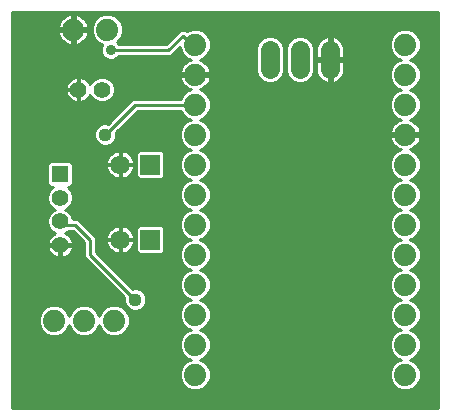
<source format=gbl>
G75*
G70*
%OFA0B0*%
%FSLAX24Y24*%
%IPPOS*%
%LPD*%
%AMOC8*
5,1,8,0,0,1.08239X$1,22.5*
%
%ADD10C,0.0740*%
%ADD11C,0.0640*%
%ADD12R,0.0650X0.0650*%
%ADD13C,0.0650*%
%ADD14C,0.0560*%
%ADD15R,0.0555X0.0555*%
%ADD16C,0.0555*%
%ADD17C,0.0100*%
%ADD18C,0.0440*%
%ADD19C,0.0360*%
D10*
X006800Y001825D03*
X006800Y002825D03*
X006800Y003825D03*
X006800Y004825D03*
X006800Y005825D03*
X006800Y006825D03*
X006800Y007825D03*
X006800Y008825D03*
X006800Y009825D03*
X006800Y010825D03*
X006800Y011825D03*
X006800Y012825D03*
X003870Y013325D03*
X002730Y013325D03*
X013800Y012825D03*
X013800Y011825D03*
X013800Y010825D03*
X013800Y009825D03*
X013800Y008825D03*
X013800Y007825D03*
X013800Y006825D03*
X013800Y005825D03*
X013800Y004825D03*
X013800Y003825D03*
X013800Y002825D03*
X013800Y001825D03*
X004100Y003625D03*
X003100Y003625D03*
X002100Y003625D03*
D11*
X009300Y012005D02*
X009300Y012645D01*
X010300Y012645D02*
X010300Y012005D01*
X011300Y012005D02*
X011300Y012645D01*
D12*
X005300Y008825D03*
X005300Y006325D03*
D13*
X004300Y006325D03*
X004300Y008825D03*
D14*
X003694Y011325D03*
X002906Y011325D03*
D15*
X002300Y008506D03*
D16*
X002300Y007719D03*
X002300Y006931D03*
X002300Y006144D03*
D17*
X000700Y000725D02*
X000700Y013925D01*
X014900Y013925D01*
X014900Y000725D01*
X000700Y000725D01*
X000700Y000818D02*
X014900Y000818D01*
X014900Y000916D02*
X000700Y000916D01*
X000700Y001015D02*
X014900Y001015D01*
X014900Y001113D02*
X000700Y001113D01*
X000700Y001212D02*
X014900Y001212D01*
X014900Y001310D02*
X013916Y001310D01*
X013903Y001305D02*
X014095Y001384D01*
X014241Y001530D01*
X014320Y001722D01*
X014320Y001928D01*
X014241Y002120D01*
X014095Y002266D01*
X013952Y002325D01*
X014095Y002384D01*
X014241Y002530D01*
X014320Y002722D01*
X014320Y002928D01*
X014241Y003120D01*
X014095Y003266D01*
X013952Y003325D01*
X014095Y003384D01*
X014241Y003530D01*
X014320Y003722D01*
X014320Y003928D01*
X014241Y004120D01*
X014095Y004266D01*
X013952Y004325D01*
X014095Y004384D01*
X014241Y004530D01*
X014320Y004722D01*
X014320Y004928D01*
X014241Y005120D01*
X014095Y005266D01*
X013952Y005325D01*
X014095Y005384D01*
X014241Y005530D01*
X014320Y005722D01*
X014320Y005928D01*
X014241Y006120D01*
X014095Y006266D01*
X013952Y006325D01*
X014095Y006384D01*
X014241Y006530D01*
X014320Y006722D01*
X014320Y006928D01*
X014241Y007120D01*
X014095Y007266D01*
X013952Y007325D01*
X014095Y007384D01*
X014241Y007530D01*
X014320Y007722D01*
X014320Y007928D01*
X014241Y008120D01*
X014095Y008266D01*
X013952Y008325D01*
X014095Y008384D01*
X014241Y008530D01*
X014320Y008722D01*
X014320Y008928D01*
X014241Y009120D01*
X014095Y009266D01*
X013948Y009326D01*
X014000Y009343D01*
X014073Y009380D01*
X014139Y009428D01*
X014197Y009486D01*
X014245Y009552D01*
X014282Y009625D01*
X014307Y009703D01*
X014319Y009775D01*
X013850Y009775D01*
X013850Y009875D01*
X014319Y009875D01*
X014307Y009947D01*
X014282Y010025D01*
X014245Y010098D01*
X014197Y010164D01*
X014139Y010222D01*
X014073Y010270D01*
X014000Y010307D01*
X013948Y010324D01*
X014095Y010384D01*
X014241Y010530D01*
X014320Y010722D01*
X014320Y010928D01*
X014241Y011120D01*
X014095Y011266D01*
X013952Y011325D01*
X014095Y011384D01*
X014241Y011530D01*
X014320Y011722D01*
X014320Y011928D01*
X014241Y012120D01*
X014095Y012266D01*
X013952Y012325D01*
X014095Y012384D01*
X014241Y012530D01*
X014320Y012722D01*
X014320Y012928D01*
X014241Y013120D01*
X014095Y013266D01*
X013903Y013345D01*
X013697Y013345D01*
X013505Y013266D01*
X013359Y013120D01*
X013280Y012928D01*
X013280Y012722D01*
X013359Y012530D01*
X013505Y012384D01*
X013648Y012325D01*
X013505Y012266D01*
X013359Y012120D01*
X013280Y011928D01*
X013280Y011722D01*
X013359Y011530D01*
X013505Y011384D01*
X013648Y011325D01*
X013505Y011266D01*
X013359Y011120D01*
X013280Y010928D01*
X013280Y010722D01*
X013359Y010530D01*
X013505Y010384D01*
X013652Y010324D01*
X013600Y010307D01*
X013527Y010270D01*
X013461Y010222D01*
X013403Y010164D01*
X013355Y010098D01*
X013318Y010025D01*
X013293Y009947D01*
X013281Y009875D01*
X013750Y009875D01*
X013750Y009775D01*
X013281Y009775D01*
X013293Y009703D01*
X013318Y009625D01*
X013355Y009552D01*
X013403Y009486D01*
X013461Y009428D01*
X013527Y009380D01*
X013600Y009343D01*
X013652Y009326D01*
X013505Y009266D01*
X013359Y009120D01*
X013280Y008928D01*
X013280Y008722D01*
X013359Y008530D01*
X013505Y008384D01*
X013648Y008325D01*
X013505Y008266D01*
X013359Y008120D01*
X013280Y007928D01*
X013280Y007722D01*
X013359Y007530D01*
X013505Y007384D01*
X013648Y007325D01*
X013505Y007266D01*
X013359Y007120D01*
X013280Y006928D01*
X013280Y006722D01*
X013359Y006530D01*
X013505Y006384D01*
X013648Y006325D01*
X013505Y006266D01*
X013359Y006120D01*
X013280Y005928D01*
X013280Y005722D01*
X013359Y005530D01*
X013505Y005384D01*
X013648Y005325D01*
X013505Y005266D01*
X013359Y005120D01*
X013280Y004928D01*
X013280Y004722D01*
X013359Y004530D01*
X013505Y004384D01*
X013648Y004325D01*
X013505Y004266D01*
X013359Y004120D01*
X013280Y003928D01*
X013280Y003722D01*
X013359Y003530D01*
X013505Y003384D01*
X013648Y003325D01*
X013505Y003266D01*
X013359Y003120D01*
X013280Y002928D01*
X013280Y002722D01*
X013359Y002530D01*
X013505Y002384D01*
X013648Y002325D01*
X013505Y002266D01*
X013359Y002120D01*
X013280Y001928D01*
X013280Y001722D01*
X013359Y001530D01*
X013505Y001384D01*
X013697Y001305D01*
X013903Y001305D01*
X013684Y001310D02*
X006916Y001310D01*
X006903Y001305D02*
X007095Y001384D01*
X007241Y001530D01*
X007320Y001722D01*
X007320Y001928D01*
X007241Y002120D01*
X007095Y002266D01*
X006952Y002325D01*
X007095Y002384D01*
X007241Y002530D01*
X007320Y002722D01*
X007320Y002928D01*
X007241Y003120D01*
X007095Y003266D01*
X006952Y003325D01*
X007095Y003384D01*
X007241Y003530D01*
X007320Y003722D01*
X007320Y003928D01*
X007241Y004120D01*
X007095Y004266D01*
X006952Y004325D01*
X007095Y004384D01*
X007241Y004530D01*
X007320Y004722D01*
X007320Y004928D01*
X007241Y005120D01*
X007095Y005266D01*
X006952Y005325D01*
X007095Y005384D01*
X007241Y005530D01*
X007320Y005722D01*
X007320Y005928D01*
X007241Y006120D01*
X007095Y006266D01*
X006952Y006325D01*
X007095Y006384D01*
X007241Y006530D01*
X007320Y006722D01*
X007320Y006928D01*
X007241Y007120D01*
X007095Y007266D01*
X006952Y007325D01*
X007095Y007384D01*
X007241Y007530D01*
X007320Y007722D01*
X007320Y007928D01*
X007241Y008120D01*
X007095Y008266D01*
X006952Y008325D01*
X007095Y008384D01*
X007241Y008530D01*
X007320Y008722D01*
X007320Y008928D01*
X007241Y009120D01*
X007095Y009266D01*
X006952Y009325D01*
X007095Y009384D01*
X007241Y009530D01*
X007320Y009722D01*
X007320Y009928D01*
X007241Y010120D01*
X007095Y010266D01*
X006952Y010325D01*
X007095Y010384D01*
X007241Y010530D01*
X007320Y010722D01*
X007320Y010928D01*
X007241Y011120D01*
X007095Y011266D01*
X006948Y011326D01*
X007000Y011343D01*
X007073Y011380D01*
X007139Y011428D01*
X007197Y011486D01*
X007245Y011552D01*
X007282Y011625D01*
X007307Y011703D01*
X007319Y011775D01*
X006850Y011775D01*
X006850Y011875D01*
X007319Y011875D01*
X007307Y011947D01*
X007282Y012025D01*
X007245Y012098D01*
X007197Y012164D01*
X007139Y012222D01*
X007073Y012270D01*
X007000Y012307D01*
X006948Y012324D01*
X007095Y012384D01*
X007241Y012530D01*
X007320Y012722D01*
X007320Y012928D01*
X007241Y013120D01*
X007095Y013266D01*
X006903Y013345D01*
X006697Y013345D01*
X006517Y013271D01*
X006463Y013325D01*
X006297Y013325D01*
X006180Y013208D01*
X005817Y012845D01*
X004247Y012845D01*
X004186Y012906D01*
X004311Y013030D01*
X004390Y013222D01*
X004390Y013428D01*
X004311Y013620D01*
X004165Y013766D01*
X003973Y013845D01*
X003767Y013845D01*
X003575Y013766D01*
X003429Y013620D01*
X003350Y013428D01*
X003350Y013222D01*
X003429Y013030D01*
X003575Y012884D01*
X003701Y012832D01*
X003700Y012832D01*
X003650Y012711D01*
X003650Y012579D01*
X003700Y012458D01*
X003793Y012365D01*
X003914Y012315D01*
X004046Y012315D01*
X004167Y012365D01*
X004247Y012445D01*
X005983Y012445D01*
X006280Y012742D01*
X006280Y012722D01*
X006359Y012530D01*
X006505Y012384D01*
X006652Y012324D01*
X006600Y012307D01*
X006527Y012270D01*
X006461Y012222D01*
X006403Y012164D01*
X006355Y012098D01*
X006318Y012025D01*
X006293Y011947D01*
X006281Y011875D01*
X006750Y011875D01*
X006750Y011775D01*
X006281Y011775D01*
X006293Y011703D01*
X006318Y011625D01*
X006355Y011552D01*
X006403Y011486D01*
X006461Y011428D01*
X006527Y011380D01*
X006600Y011343D01*
X006652Y011326D01*
X006505Y011266D01*
X006359Y011120D01*
X006320Y011025D01*
X004717Y011025D01*
X004600Y010908D01*
X003883Y010191D01*
X003874Y010195D01*
X003726Y010195D01*
X003590Y010139D01*
X003486Y010035D01*
X003430Y009899D01*
X003430Y009751D01*
X003486Y009615D01*
X003590Y009511D01*
X003726Y009455D01*
X003874Y009455D01*
X004010Y009511D01*
X004114Y009615D01*
X004170Y009751D01*
X004170Y009899D01*
X004166Y009908D01*
X004883Y010625D01*
X006320Y010625D01*
X006359Y010530D01*
X006505Y010384D01*
X006648Y010325D01*
X006505Y010266D01*
X006359Y010120D01*
X006280Y009928D01*
X006280Y009722D01*
X006359Y009530D01*
X006505Y009384D01*
X006648Y009325D01*
X006505Y009266D01*
X006359Y009120D01*
X006280Y008928D01*
X006280Y008722D01*
X006359Y008530D01*
X006505Y008384D01*
X006648Y008325D01*
X006505Y008266D01*
X006359Y008120D01*
X006280Y007928D01*
X006280Y007722D01*
X006359Y007530D01*
X006505Y007384D01*
X006648Y007325D01*
X006505Y007266D01*
X006359Y007120D01*
X006280Y006928D01*
X006280Y006722D01*
X006359Y006530D01*
X006505Y006384D01*
X006648Y006325D01*
X006505Y006266D01*
X006359Y006120D01*
X006280Y005928D01*
X006280Y005722D01*
X006359Y005530D01*
X006505Y005384D01*
X006648Y005325D01*
X006505Y005266D01*
X006359Y005120D01*
X006280Y004928D01*
X006280Y004722D01*
X006359Y004530D01*
X006505Y004384D01*
X006648Y004325D01*
X006505Y004266D01*
X006359Y004120D01*
X006280Y003928D01*
X006280Y003722D01*
X006359Y003530D01*
X006505Y003384D01*
X006648Y003325D01*
X006505Y003266D01*
X006359Y003120D01*
X006280Y002928D01*
X006280Y002722D01*
X006359Y002530D01*
X006505Y002384D01*
X006648Y002325D01*
X006505Y002266D01*
X006359Y002120D01*
X006280Y001928D01*
X006280Y001722D01*
X006359Y001530D01*
X006505Y001384D01*
X006697Y001305D01*
X006903Y001305D01*
X006684Y001310D02*
X000700Y001310D01*
X000700Y001409D02*
X006481Y001409D01*
X006383Y001507D02*
X000700Y001507D01*
X000700Y001606D02*
X006328Y001606D01*
X006287Y001704D02*
X000700Y001704D01*
X000700Y001803D02*
X006280Y001803D01*
X006280Y001901D02*
X000700Y001901D01*
X000700Y002000D02*
X006309Y002000D01*
X006350Y002098D02*
X000700Y002098D01*
X000700Y002197D02*
X006436Y002197D01*
X006576Y002295D02*
X000700Y002295D01*
X000700Y002394D02*
X006496Y002394D01*
X006398Y002492D02*
X000700Y002492D01*
X000700Y002591D02*
X006334Y002591D01*
X006293Y002689D02*
X000700Y002689D01*
X000700Y002788D02*
X006280Y002788D01*
X006280Y002886D02*
X000700Y002886D01*
X000700Y002985D02*
X006303Y002985D01*
X006344Y003083D02*
X000700Y003083D01*
X000700Y003182D02*
X001812Y003182D01*
X001805Y003184D02*
X001997Y003105D01*
X002203Y003105D01*
X002395Y003184D01*
X002541Y003330D01*
X002600Y003473D01*
X002659Y003330D01*
X002805Y003184D01*
X002997Y003105D01*
X003203Y003105D01*
X003395Y003184D01*
X003541Y003330D01*
X003600Y003473D01*
X003659Y003330D01*
X003805Y003184D01*
X003997Y003105D01*
X004203Y003105D01*
X004395Y003184D01*
X004541Y003330D01*
X004620Y003522D01*
X004620Y003728D01*
X004541Y003920D01*
X004395Y004066D01*
X004203Y004145D01*
X003997Y004145D01*
X003805Y004066D01*
X003659Y003920D01*
X003600Y003777D01*
X003541Y003920D01*
X003395Y004066D01*
X003203Y004145D01*
X002997Y004145D01*
X002805Y004066D01*
X002659Y003920D01*
X002600Y003777D01*
X002541Y003920D01*
X002395Y004066D01*
X002203Y004145D01*
X001997Y004145D01*
X001805Y004066D01*
X001659Y003920D01*
X001580Y003728D01*
X001580Y003522D01*
X001659Y003330D01*
X001805Y003184D01*
X001710Y003280D02*
X000700Y003280D01*
X000700Y003379D02*
X001639Y003379D01*
X001598Y003477D02*
X000700Y003477D01*
X000700Y003576D02*
X001580Y003576D01*
X001580Y003674D02*
X000700Y003674D01*
X000700Y003773D02*
X001598Y003773D01*
X001639Y003871D02*
X000700Y003871D01*
X000700Y003970D02*
X001709Y003970D01*
X001811Y004068D02*
X000700Y004068D01*
X000700Y004167D02*
X004465Y004167D01*
X004486Y004115D02*
X004590Y004011D01*
X004726Y003955D01*
X004874Y003955D01*
X005010Y004011D01*
X005114Y004115D01*
X005170Y004251D01*
X005170Y004399D01*
X005114Y004535D01*
X005010Y004639D01*
X004874Y004695D01*
X004726Y004695D01*
X004717Y004691D01*
X003500Y005908D01*
X003500Y006408D01*
X003000Y006908D01*
X002883Y007025D01*
X002724Y007025D01*
X002662Y007173D01*
X002542Y007294D01*
X002467Y007325D01*
X002542Y007356D01*
X002662Y007477D01*
X002727Y007634D01*
X002727Y007804D01*
X002662Y007961D01*
X002545Y008079D01*
X002640Y008079D01*
X002727Y008166D01*
X002727Y008846D01*
X002640Y008934D01*
X001960Y008934D01*
X001873Y008846D01*
X001873Y008166D01*
X001960Y008079D01*
X002055Y008079D01*
X001938Y007961D01*
X001873Y007804D01*
X001873Y007634D01*
X001938Y007477D01*
X002058Y007356D01*
X002133Y007325D01*
X002058Y007294D01*
X001938Y007173D01*
X001873Y007016D01*
X001873Y006846D01*
X001938Y006689D01*
X002058Y006569D01*
X002132Y006538D01*
X002076Y006510D01*
X002022Y006470D01*
X001974Y006422D01*
X001934Y006368D01*
X001904Y006308D01*
X001883Y006244D01*
X001873Y006178D01*
X001873Y006173D01*
X002271Y006173D01*
X002271Y006115D01*
X001873Y006115D01*
X001873Y006110D01*
X001883Y006044D01*
X001904Y005980D01*
X001934Y005920D01*
X001974Y005865D01*
X002022Y005818D01*
X002076Y005778D01*
X002136Y005748D01*
X002200Y005727D01*
X002266Y005716D01*
X002271Y005716D01*
X002271Y006115D01*
X002329Y006115D01*
X002329Y006173D01*
X002727Y006173D01*
X002727Y006178D01*
X002717Y006244D01*
X002696Y006308D01*
X002666Y006368D01*
X002626Y006422D01*
X002578Y006470D01*
X002524Y006510D01*
X002468Y006538D01*
X002542Y006569D01*
X002598Y006625D01*
X002717Y006625D01*
X003100Y006242D01*
X003100Y005742D01*
X003217Y005625D01*
X004434Y004408D01*
X004430Y004399D01*
X004430Y004251D01*
X004486Y004115D01*
X004534Y004068D02*
X004389Y004068D01*
X004491Y003970D02*
X004691Y003970D01*
X004561Y003871D02*
X006280Y003871D01*
X006280Y003773D02*
X004602Y003773D01*
X004620Y003674D02*
X006300Y003674D01*
X006340Y003576D02*
X004620Y003576D01*
X004602Y003477D02*
X006413Y003477D01*
X006519Y003379D02*
X004561Y003379D01*
X004490Y003280D02*
X006540Y003280D01*
X006421Y003182D02*
X004388Y003182D01*
X003812Y003182D02*
X003388Y003182D01*
X003490Y003280D02*
X003710Y003280D01*
X003639Y003379D02*
X003561Y003379D01*
X002812Y003182D02*
X002388Y003182D01*
X002490Y003280D02*
X002710Y003280D01*
X002639Y003379D02*
X002561Y003379D01*
X002561Y003871D02*
X002639Y003871D01*
X002709Y003970D02*
X002491Y003970D01*
X002389Y004068D02*
X002811Y004068D01*
X003389Y004068D02*
X003811Y004068D01*
X003709Y003970D02*
X003491Y003970D01*
X003561Y003871D02*
X003639Y003871D01*
X004430Y004265D02*
X000700Y004265D01*
X000700Y004364D02*
X004430Y004364D01*
X004380Y004462D02*
X000700Y004462D01*
X000700Y004561D02*
X004282Y004561D01*
X004183Y004659D02*
X000700Y004659D01*
X000700Y004758D02*
X004085Y004758D01*
X003986Y004856D02*
X000700Y004856D01*
X000700Y004955D02*
X003888Y004955D01*
X003789Y005053D02*
X000700Y005053D01*
X000700Y005152D02*
X003691Y005152D01*
X003592Y005250D02*
X000700Y005250D01*
X000700Y005349D02*
X003494Y005349D01*
X003395Y005447D02*
X000700Y005447D01*
X000700Y005546D02*
X003297Y005546D01*
X003198Y005644D02*
X000700Y005644D01*
X000700Y005743D02*
X002152Y005743D01*
X002271Y005743D02*
X002329Y005743D01*
X002329Y005716D02*
X002334Y005716D01*
X002400Y005727D01*
X002464Y005748D01*
X002524Y005778D01*
X002578Y005818D01*
X002626Y005865D01*
X002666Y005920D01*
X002696Y005980D01*
X002717Y006044D01*
X002727Y006110D01*
X002727Y006115D01*
X002329Y006115D01*
X002329Y005716D01*
X002448Y005743D02*
X003100Y005743D01*
X003100Y005841D02*
X002602Y005841D01*
X002676Y005940D02*
X003100Y005940D01*
X003100Y006038D02*
X002715Y006038D01*
X002718Y006235D02*
X003100Y006235D01*
X003100Y006137D02*
X002329Y006137D01*
X002271Y006137D02*
X000700Y006137D01*
X000700Y006235D02*
X001882Y006235D01*
X001917Y006334D02*
X000700Y006334D01*
X000700Y006432D02*
X001984Y006432D01*
X002117Y006531D02*
X000700Y006531D01*
X000700Y006629D02*
X001998Y006629D01*
X001922Y006728D02*
X000700Y006728D01*
X000700Y006826D02*
X001881Y006826D01*
X001873Y006925D02*
X000700Y006925D01*
X000700Y007023D02*
X001875Y007023D01*
X001916Y007122D02*
X000700Y007122D01*
X000700Y007220D02*
X001984Y007220D01*
X002118Y007319D02*
X000700Y007319D01*
X000700Y007417D02*
X001997Y007417D01*
X001921Y007516D02*
X000700Y007516D01*
X000700Y007614D02*
X001881Y007614D01*
X001873Y007713D02*
X000700Y007713D01*
X000700Y007811D02*
X001876Y007811D01*
X001916Y007910D02*
X000700Y007910D01*
X000700Y008008D02*
X001985Y008008D01*
X001932Y008107D02*
X000700Y008107D01*
X000700Y008205D02*
X001873Y008205D01*
X001873Y008304D02*
X000700Y008304D01*
X000700Y008402D02*
X001873Y008402D01*
X001873Y008501D02*
X000700Y008501D01*
X000700Y008599D02*
X001873Y008599D01*
X001873Y008698D02*
X000700Y008698D01*
X000700Y008796D02*
X001873Y008796D01*
X001921Y008895D02*
X000700Y008895D01*
X000700Y008993D02*
X003855Y008993D01*
X003860Y009007D02*
X003837Y008936D01*
X003825Y008862D01*
X003825Y008844D01*
X004281Y008844D01*
X004281Y009300D01*
X004263Y009300D01*
X004189Y009288D01*
X004118Y009265D01*
X004051Y009231D01*
X003991Y009187D01*
X003938Y009134D01*
X003894Y009074D01*
X003860Y009007D01*
X003907Y009092D02*
X000700Y009092D01*
X000700Y009190D02*
X003994Y009190D01*
X004190Y009289D02*
X000700Y009289D01*
X000700Y009387D02*
X006503Y009387D01*
X006560Y009289D02*
X005699Y009289D01*
X005687Y009300D02*
X004913Y009300D01*
X004825Y009212D01*
X004825Y008438D01*
X004913Y008350D01*
X005687Y008350D01*
X005775Y008438D01*
X005775Y009212D01*
X005687Y009300D01*
X005775Y009190D02*
X006430Y009190D01*
X006348Y009092D02*
X005775Y009092D01*
X005775Y008993D02*
X006307Y008993D01*
X006280Y008895D02*
X005775Y008895D01*
X005775Y008796D02*
X006280Y008796D01*
X006290Y008698D02*
X005775Y008698D01*
X005775Y008599D02*
X006331Y008599D01*
X006389Y008501D02*
X005775Y008501D01*
X005739Y008402D02*
X006488Y008402D01*
X006596Y008304D02*
X002727Y008304D01*
X002727Y008402D02*
X004084Y008402D01*
X004051Y008419D02*
X004118Y008385D01*
X004189Y008362D01*
X004263Y008350D01*
X004281Y008350D01*
X004281Y008806D01*
X004319Y008806D01*
X004319Y008844D01*
X004775Y008844D01*
X004775Y008862D01*
X004763Y008936D01*
X004740Y009007D01*
X004706Y009074D01*
X004662Y009134D01*
X004609Y009187D01*
X004549Y009231D01*
X004482Y009265D01*
X004411Y009288D01*
X004337Y009300D01*
X004319Y009300D01*
X004319Y008844D01*
X004281Y008844D01*
X004281Y008806D01*
X003825Y008806D01*
X003825Y008788D01*
X003837Y008714D01*
X003860Y008643D01*
X003894Y008576D01*
X003938Y008516D01*
X003991Y008463D01*
X004051Y008419D01*
X003953Y008501D02*
X002727Y008501D01*
X002727Y008599D02*
X003882Y008599D01*
X003842Y008698D02*
X002727Y008698D01*
X002727Y008796D02*
X003825Y008796D01*
X003830Y008895D02*
X002679Y008895D01*
X002727Y008205D02*
X006445Y008205D01*
X006354Y008107D02*
X002668Y008107D01*
X002615Y008008D02*
X006313Y008008D01*
X006280Y007910D02*
X002684Y007910D01*
X002724Y007811D02*
X006280Y007811D01*
X006284Y007713D02*
X002727Y007713D01*
X002719Y007614D02*
X006325Y007614D01*
X006374Y007516D02*
X002679Y007516D01*
X002603Y007417D02*
X006473Y007417D01*
X006633Y007319D02*
X002482Y007319D01*
X002616Y007220D02*
X006460Y007220D01*
X006361Y007122D02*
X002684Y007122D01*
X002885Y007023D02*
X006319Y007023D01*
X006280Y006925D02*
X002983Y006925D01*
X003082Y006826D02*
X006280Y006826D01*
X006280Y006728D02*
X005760Y006728D01*
X005775Y006712D02*
X005687Y006800D01*
X004913Y006800D01*
X004825Y006712D01*
X004825Y005938D01*
X004913Y005850D01*
X005687Y005850D01*
X005775Y005938D01*
X005775Y006712D01*
X005775Y006629D02*
X006318Y006629D01*
X006359Y006531D02*
X005775Y006531D01*
X005775Y006432D02*
X006458Y006432D01*
X006628Y006334D02*
X005775Y006334D01*
X005775Y006235D02*
X006475Y006235D01*
X006376Y006137D02*
X005775Y006137D01*
X005775Y006038D02*
X006325Y006038D01*
X006285Y005940D02*
X005775Y005940D01*
X006280Y005841D02*
X003567Y005841D01*
X003500Y005940D02*
X004022Y005940D01*
X004051Y005919D02*
X004118Y005885D01*
X004189Y005862D01*
X004263Y005850D01*
X004281Y005850D01*
X004281Y006306D01*
X004319Y006306D01*
X004319Y006344D01*
X004775Y006344D01*
X004775Y006362D01*
X004763Y006436D01*
X004740Y006507D01*
X004706Y006574D01*
X004662Y006634D01*
X004609Y006687D01*
X004549Y006731D01*
X004482Y006765D01*
X004411Y006788D01*
X004337Y006800D01*
X004319Y006800D01*
X004319Y006344D01*
X004281Y006344D01*
X004281Y006800D01*
X004263Y006800D01*
X004189Y006788D01*
X004118Y006765D01*
X004051Y006731D01*
X003991Y006687D01*
X003938Y006634D01*
X003894Y006574D01*
X003860Y006507D01*
X003837Y006436D01*
X003825Y006362D01*
X003825Y006344D01*
X004281Y006344D01*
X004281Y006306D01*
X003825Y006306D01*
X003825Y006288D01*
X003837Y006214D01*
X003860Y006143D01*
X003894Y006076D01*
X003938Y006016D01*
X003991Y005963D01*
X004051Y005919D01*
X003921Y006038D02*
X003500Y006038D01*
X003500Y006137D02*
X003863Y006137D01*
X003833Y006235D02*
X003500Y006235D01*
X003500Y006334D02*
X004281Y006334D01*
X004319Y006334D02*
X004825Y006334D01*
X004775Y006306D02*
X004319Y006306D01*
X004319Y005850D01*
X004337Y005850D01*
X004411Y005862D01*
X004482Y005885D01*
X004549Y005919D01*
X004609Y005963D01*
X004662Y006016D01*
X004706Y006076D01*
X004740Y006143D01*
X004763Y006214D01*
X004775Y006288D01*
X004775Y006306D01*
X004767Y006235D02*
X004825Y006235D01*
X004825Y006137D02*
X004737Y006137D01*
X004679Y006038D02*
X004825Y006038D01*
X004825Y005940D02*
X004578Y005940D01*
X004319Y005940D02*
X004281Y005940D01*
X004281Y006038D02*
X004319Y006038D01*
X004319Y006137D02*
X004281Y006137D01*
X004281Y006235D02*
X004319Y006235D01*
X004319Y006432D02*
X004281Y006432D01*
X004281Y006531D02*
X004319Y006531D01*
X004319Y006629D02*
X004281Y006629D01*
X004281Y006728D02*
X004319Y006728D01*
X004554Y006728D02*
X004840Y006728D01*
X004825Y006629D02*
X004666Y006629D01*
X004728Y006531D02*
X004825Y006531D01*
X004825Y006432D02*
X004764Y006432D01*
X004046Y006728D02*
X003180Y006728D01*
X003279Y006629D02*
X003934Y006629D01*
X003872Y006531D02*
X003377Y006531D01*
X003476Y006432D02*
X003836Y006432D01*
X003300Y006325D02*
X002800Y006825D01*
X002300Y006825D01*
X002300Y006931D01*
X002483Y006531D02*
X002812Y006531D01*
X002910Y006432D02*
X002616Y006432D01*
X002683Y006334D02*
X003009Y006334D01*
X003300Y006325D02*
X003300Y005825D01*
X004800Y004325D01*
X005144Y004462D02*
X006428Y004462D01*
X006347Y004561D02*
X005088Y004561D01*
X004960Y004659D02*
X006306Y004659D01*
X006280Y004758D02*
X004650Y004758D01*
X004552Y004856D02*
X006280Y004856D01*
X006291Y004955D02*
X004453Y004955D01*
X004355Y005053D02*
X006332Y005053D01*
X006391Y005152D02*
X004256Y005152D01*
X004158Y005250D02*
X006490Y005250D01*
X006592Y005349D02*
X004059Y005349D01*
X003961Y005447D02*
X006443Y005447D01*
X006353Y005546D02*
X003862Y005546D01*
X003764Y005644D02*
X006312Y005644D01*
X006280Y005743D02*
X003665Y005743D01*
X002329Y005841D02*
X002271Y005841D01*
X002271Y005940D02*
X002329Y005940D01*
X002329Y006038D02*
X002271Y006038D01*
X001998Y005841D02*
X000700Y005841D01*
X000700Y005940D02*
X001924Y005940D01*
X001885Y006038D02*
X000700Y006038D01*
X004319Y008350D02*
X004337Y008350D01*
X004411Y008362D01*
X004482Y008385D01*
X004549Y008419D01*
X004609Y008463D01*
X004662Y008516D01*
X004706Y008576D01*
X004740Y008643D01*
X004763Y008714D01*
X004775Y008788D01*
X004775Y008806D01*
X004319Y008806D01*
X004319Y008350D01*
X004319Y008402D02*
X004281Y008402D01*
X004281Y008501D02*
X004319Y008501D01*
X004319Y008599D02*
X004281Y008599D01*
X004281Y008698D02*
X004319Y008698D01*
X004319Y008796D02*
X004281Y008796D01*
X004281Y008895D02*
X004319Y008895D01*
X004319Y008993D02*
X004281Y008993D01*
X004281Y009092D02*
X004319Y009092D01*
X004319Y009190D02*
X004281Y009190D01*
X004281Y009289D02*
X004319Y009289D01*
X004410Y009289D02*
X004901Y009289D01*
X004825Y009190D02*
X004606Y009190D01*
X004693Y009092D02*
X004825Y009092D01*
X004825Y008993D02*
X004745Y008993D01*
X004770Y008895D02*
X004825Y008895D01*
X004825Y008796D02*
X004775Y008796D01*
X004758Y008698D02*
X004825Y008698D01*
X004825Y008599D02*
X004718Y008599D01*
X004647Y008501D02*
X004825Y008501D01*
X004861Y008402D02*
X004516Y008402D01*
X003947Y009486D02*
X006404Y009486D01*
X006337Y009584D02*
X004082Y009584D01*
X004141Y009683D02*
X006296Y009683D01*
X006280Y009781D02*
X004170Y009781D01*
X004170Y009880D02*
X006280Y009880D01*
X006301Y009978D02*
X004236Y009978D01*
X004334Y010077D02*
X006341Y010077D01*
X006415Y010175D02*
X004433Y010175D01*
X004531Y010274D02*
X006524Y010274D01*
X006535Y010372D02*
X004630Y010372D01*
X004728Y010471D02*
X006419Y010471D01*
X006343Y010569D02*
X004827Y010569D01*
X004458Y010766D02*
X000700Y010766D01*
X000700Y010668D02*
X004360Y010668D01*
X004261Y010569D02*
X000700Y010569D01*
X000700Y010471D02*
X004163Y010471D01*
X004064Y010372D02*
X000700Y010372D01*
X000700Y010274D02*
X003966Y010274D01*
X003678Y010175D02*
X000700Y010175D01*
X000700Y010077D02*
X003528Y010077D01*
X003463Y009978D02*
X000700Y009978D01*
X000700Y009880D02*
X003430Y009880D01*
X003430Y009781D02*
X000700Y009781D01*
X000700Y009683D02*
X003459Y009683D01*
X003518Y009584D02*
X000700Y009584D01*
X000700Y009486D02*
X003653Y009486D01*
X003800Y009825D02*
X004800Y010825D01*
X006800Y010825D01*
X007320Y010865D02*
X013280Y010865D01*
X013280Y010766D02*
X007320Y010766D01*
X007298Y010668D02*
X013302Y010668D01*
X013343Y010569D02*
X007257Y010569D01*
X007181Y010471D02*
X013419Y010471D01*
X013535Y010372D02*
X007065Y010372D01*
X007076Y010274D02*
X013535Y010274D01*
X013415Y010175D02*
X007185Y010175D01*
X007259Y010077D02*
X013345Y010077D01*
X013303Y009978D02*
X007299Y009978D01*
X007320Y009880D02*
X013282Y009880D01*
X013300Y009683D02*
X007304Y009683D01*
X007320Y009781D02*
X013750Y009781D01*
X013850Y009781D02*
X014900Y009781D01*
X014900Y009683D02*
X014300Y009683D01*
X014261Y009584D02*
X014900Y009584D01*
X014900Y009486D02*
X014196Y009486D01*
X014082Y009387D02*
X014900Y009387D01*
X014900Y009289D02*
X014040Y009289D01*
X014170Y009190D02*
X014900Y009190D01*
X014900Y009092D02*
X014252Y009092D01*
X014293Y008993D02*
X014900Y008993D01*
X014900Y008895D02*
X014320Y008895D01*
X014320Y008796D02*
X014900Y008796D01*
X014900Y008698D02*
X014310Y008698D01*
X014269Y008599D02*
X014900Y008599D01*
X014900Y008501D02*
X014211Y008501D01*
X014112Y008402D02*
X014900Y008402D01*
X014900Y008304D02*
X014004Y008304D01*
X014155Y008205D02*
X014900Y008205D01*
X014900Y008107D02*
X014246Y008107D01*
X014287Y008008D02*
X014900Y008008D01*
X014900Y007910D02*
X014320Y007910D01*
X014320Y007811D02*
X014900Y007811D01*
X014900Y007713D02*
X014316Y007713D01*
X014275Y007614D02*
X014900Y007614D01*
X014900Y007516D02*
X014226Y007516D01*
X014127Y007417D02*
X014900Y007417D01*
X014900Y007319D02*
X013967Y007319D01*
X014140Y007220D02*
X014900Y007220D01*
X014900Y007122D02*
X014239Y007122D01*
X014281Y007023D02*
X014900Y007023D01*
X014900Y006925D02*
X014320Y006925D01*
X014320Y006826D02*
X014900Y006826D01*
X014900Y006728D02*
X014320Y006728D01*
X014282Y006629D02*
X014900Y006629D01*
X014900Y006531D02*
X014241Y006531D01*
X014142Y006432D02*
X014900Y006432D01*
X014900Y006334D02*
X013972Y006334D01*
X014125Y006235D02*
X014900Y006235D01*
X014900Y006137D02*
X014224Y006137D01*
X014275Y006038D02*
X014900Y006038D01*
X014900Y005940D02*
X014315Y005940D01*
X014320Y005841D02*
X014900Y005841D01*
X014900Y005743D02*
X014320Y005743D01*
X014288Y005644D02*
X014900Y005644D01*
X014900Y005546D02*
X014247Y005546D01*
X014157Y005447D02*
X014900Y005447D01*
X014900Y005349D02*
X014008Y005349D01*
X014110Y005250D02*
X014900Y005250D01*
X014900Y005152D02*
X014209Y005152D01*
X014268Y005053D02*
X014900Y005053D01*
X014900Y004955D02*
X014309Y004955D01*
X014320Y004856D02*
X014900Y004856D01*
X014900Y004758D02*
X014320Y004758D01*
X014294Y004659D02*
X014900Y004659D01*
X014900Y004561D02*
X014253Y004561D01*
X014172Y004462D02*
X014900Y004462D01*
X014900Y004364D02*
X014045Y004364D01*
X014095Y004265D02*
X014900Y004265D01*
X014900Y004167D02*
X014194Y004167D01*
X014262Y004068D02*
X014900Y004068D01*
X014900Y003970D02*
X014303Y003970D01*
X014320Y003871D02*
X014900Y003871D01*
X014900Y003773D02*
X014320Y003773D01*
X014300Y003674D02*
X014900Y003674D01*
X014900Y003576D02*
X014260Y003576D01*
X014187Y003477D02*
X014900Y003477D01*
X014900Y003379D02*
X014081Y003379D01*
X014060Y003280D02*
X014900Y003280D01*
X014900Y003182D02*
X014179Y003182D01*
X014256Y003083D02*
X014900Y003083D01*
X014900Y002985D02*
X014297Y002985D01*
X014320Y002886D02*
X014900Y002886D01*
X014900Y002788D02*
X014320Y002788D01*
X014307Y002689D02*
X014900Y002689D01*
X014900Y002591D02*
X014266Y002591D01*
X014202Y002492D02*
X014900Y002492D01*
X014900Y002394D02*
X014104Y002394D01*
X014024Y002295D02*
X014900Y002295D01*
X014900Y002197D02*
X014164Y002197D01*
X014250Y002098D02*
X014900Y002098D01*
X014900Y002000D02*
X014291Y002000D01*
X014320Y001901D02*
X014900Y001901D01*
X014900Y001803D02*
X014320Y001803D01*
X014313Y001704D02*
X014900Y001704D01*
X014900Y001606D02*
X014272Y001606D01*
X014217Y001507D02*
X014900Y001507D01*
X014900Y001409D02*
X014119Y001409D01*
X013481Y001409D02*
X007119Y001409D01*
X007217Y001507D02*
X013383Y001507D01*
X013328Y001606D02*
X007272Y001606D01*
X007313Y001704D02*
X013287Y001704D01*
X013280Y001803D02*
X007320Y001803D01*
X007320Y001901D02*
X013280Y001901D01*
X013309Y002000D02*
X007291Y002000D01*
X007250Y002098D02*
X013350Y002098D01*
X013436Y002197D02*
X007164Y002197D01*
X007024Y002295D02*
X013576Y002295D01*
X013496Y002394D02*
X007104Y002394D01*
X007202Y002492D02*
X013398Y002492D01*
X013334Y002591D02*
X007266Y002591D01*
X007307Y002689D02*
X013293Y002689D01*
X013280Y002788D02*
X007320Y002788D01*
X007320Y002886D02*
X013280Y002886D01*
X013303Y002985D02*
X007297Y002985D01*
X007256Y003083D02*
X013344Y003083D01*
X013421Y003182D02*
X007179Y003182D01*
X007060Y003280D02*
X013540Y003280D01*
X013519Y003379D02*
X007081Y003379D01*
X007187Y003477D02*
X013413Y003477D01*
X013340Y003576D02*
X007260Y003576D01*
X007300Y003674D02*
X013300Y003674D01*
X013280Y003773D02*
X007320Y003773D01*
X007320Y003871D02*
X013280Y003871D01*
X013297Y003970D02*
X007303Y003970D01*
X007262Y004068D02*
X013338Y004068D01*
X013406Y004167D02*
X007194Y004167D01*
X007095Y004265D02*
X013505Y004265D01*
X013555Y004364D02*
X007045Y004364D01*
X007172Y004462D02*
X013428Y004462D01*
X013347Y004561D02*
X007253Y004561D01*
X007294Y004659D02*
X013306Y004659D01*
X013280Y004758D02*
X007320Y004758D01*
X007320Y004856D02*
X013280Y004856D01*
X013291Y004955D02*
X007309Y004955D01*
X007268Y005053D02*
X013332Y005053D01*
X013391Y005152D02*
X007209Y005152D01*
X007110Y005250D02*
X013490Y005250D01*
X013592Y005349D02*
X007008Y005349D01*
X007157Y005447D02*
X013443Y005447D01*
X013353Y005546D02*
X007247Y005546D01*
X007288Y005644D02*
X013312Y005644D01*
X013280Y005743D02*
X007320Y005743D01*
X007320Y005841D02*
X013280Y005841D01*
X013285Y005940D02*
X007315Y005940D01*
X007275Y006038D02*
X013325Y006038D01*
X013376Y006137D02*
X007224Y006137D01*
X007125Y006235D02*
X013475Y006235D01*
X013628Y006334D02*
X006972Y006334D01*
X007142Y006432D02*
X013458Y006432D01*
X013359Y006531D02*
X007241Y006531D01*
X007282Y006629D02*
X013318Y006629D01*
X013280Y006728D02*
X007320Y006728D01*
X007320Y006826D02*
X013280Y006826D01*
X013280Y006925D02*
X007320Y006925D01*
X007281Y007023D02*
X013319Y007023D01*
X013361Y007122D02*
X007239Y007122D01*
X007140Y007220D02*
X013460Y007220D01*
X013473Y007417D02*
X007127Y007417D01*
X007226Y007516D02*
X013374Y007516D01*
X013325Y007614D02*
X007275Y007614D01*
X007316Y007713D02*
X013284Y007713D01*
X013280Y007811D02*
X007320Y007811D01*
X007320Y007910D02*
X013280Y007910D01*
X013313Y008008D02*
X007287Y008008D01*
X007246Y008107D02*
X013354Y008107D01*
X013445Y008205D02*
X007155Y008205D01*
X007004Y008304D02*
X013596Y008304D01*
X013488Y008402D02*
X007112Y008402D01*
X007211Y008501D02*
X013389Y008501D01*
X013331Y008599D02*
X007269Y008599D01*
X007310Y008698D02*
X013290Y008698D01*
X013280Y008796D02*
X007320Y008796D01*
X007320Y008895D02*
X013280Y008895D01*
X013307Y008993D02*
X007293Y008993D01*
X007252Y009092D02*
X013348Y009092D01*
X013430Y009190D02*
X007170Y009190D01*
X007040Y009289D02*
X013560Y009289D01*
X013518Y009387D02*
X007097Y009387D01*
X007196Y009486D02*
X013404Y009486D01*
X013339Y009584D02*
X007263Y009584D01*
X007306Y010963D02*
X013294Y010963D01*
X013335Y011062D02*
X007265Y011062D01*
X007200Y011160D02*
X013400Y011160D01*
X013498Y011259D02*
X007102Y011259D01*
X007027Y011357D02*
X013571Y011357D01*
X013434Y011456D02*
X007166Y011456D01*
X007246Y011554D02*
X009161Y011554D01*
X009207Y011535D02*
X009393Y011535D01*
X009566Y011607D01*
X009698Y011739D01*
X009770Y011912D01*
X009770Y012738D01*
X009698Y012911D01*
X009566Y013043D01*
X009393Y013115D01*
X009207Y013115D01*
X009034Y013043D01*
X008902Y012911D01*
X008830Y012738D01*
X008830Y011912D01*
X008902Y011739D01*
X009034Y011607D01*
X009207Y011535D01*
X009439Y011554D02*
X010161Y011554D01*
X010207Y011535D02*
X010393Y011535D01*
X010566Y011607D01*
X010698Y011739D01*
X010770Y011912D01*
X010770Y012738D01*
X010698Y012911D01*
X010566Y013043D01*
X010393Y013115D01*
X010207Y013115D01*
X010034Y013043D01*
X009902Y012911D01*
X009830Y012738D01*
X009830Y011912D01*
X009902Y011739D01*
X010034Y011607D01*
X010207Y011535D01*
X010439Y011554D02*
X011167Y011554D01*
X011190Y011547D02*
X011120Y011569D01*
X011054Y011603D01*
X010994Y011647D01*
X010942Y011699D01*
X010898Y011759D01*
X010864Y011825D01*
X010842Y011895D01*
X010830Y011968D01*
X010830Y012275D01*
X011250Y012275D01*
X011250Y012375D01*
X011250Y013113D01*
X011190Y013103D01*
X011120Y013081D01*
X011054Y013047D01*
X010994Y013003D01*
X010942Y012951D01*
X010898Y012891D01*
X010864Y012825D01*
X010842Y012755D01*
X010830Y012682D01*
X010830Y012375D01*
X011250Y012375D01*
X011350Y012375D01*
X011350Y013113D01*
X011410Y013103D01*
X011480Y013081D01*
X011546Y013047D01*
X011606Y013003D01*
X011658Y012951D01*
X011702Y012891D01*
X011736Y012825D01*
X011758Y012755D01*
X011770Y012682D01*
X011770Y012375D01*
X011350Y012375D01*
X011350Y012275D01*
X011770Y012275D01*
X011770Y011968D01*
X011758Y011895D01*
X011736Y011825D01*
X011702Y011759D01*
X011658Y011699D01*
X011606Y011647D01*
X011546Y011603D01*
X011480Y011569D01*
X011410Y011547D01*
X011350Y011537D01*
X011350Y012275D01*
X011250Y012275D01*
X011250Y011537D01*
X011190Y011547D01*
X011250Y011554D02*
X011350Y011554D01*
X011433Y011554D02*
X013349Y011554D01*
X013309Y011653D02*
X011612Y011653D01*
X011696Y011751D02*
X013280Y011751D01*
X013280Y011850D02*
X011744Y011850D01*
X011767Y011948D02*
X013288Y011948D01*
X013329Y012047D02*
X011770Y012047D01*
X011770Y012145D02*
X013385Y012145D01*
X013483Y012244D02*
X011770Y012244D01*
X011770Y012441D02*
X013449Y012441D01*
X013356Y012539D02*
X011770Y012539D01*
X011770Y012638D02*
X013315Y012638D01*
X013280Y012736D02*
X011761Y012736D01*
X011731Y012835D02*
X013280Y012835D01*
X013282Y012933D02*
X011672Y012933D01*
X011568Y013032D02*
X013323Y013032D01*
X013370Y013130D02*
X007230Y013130D01*
X007277Y013032D02*
X009022Y013032D01*
X008923Y012933D02*
X007318Y012933D01*
X007320Y012835D02*
X008870Y012835D01*
X008830Y012736D02*
X007320Y012736D01*
X007285Y012638D02*
X008830Y012638D01*
X008830Y012539D02*
X007244Y012539D01*
X007151Y012441D02*
X008830Y012441D01*
X008830Y012342D02*
X006993Y012342D01*
X007109Y012244D02*
X008830Y012244D01*
X008830Y012145D02*
X007210Y012145D01*
X007271Y012047D02*
X008830Y012047D01*
X008830Y011948D02*
X007307Y011948D01*
X007315Y011751D02*
X008896Y011751D01*
X008856Y011850D02*
X006850Y011850D01*
X006750Y011850D02*
X000700Y011850D01*
X000700Y011948D02*
X006293Y011948D01*
X006329Y012047D02*
X000700Y012047D01*
X000700Y012145D02*
X006390Y012145D01*
X006491Y012244D02*
X000700Y012244D01*
X000700Y012342D02*
X003849Y012342D01*
X003718Y012441D02*
X000700Y012441D01*
X000700Y012539D02*
X003667Y012539D01*
X003650Y012638D02*
X000700Y012638D01*
X000700Y012736D02*
X003661Y012736D01*
X003695Y012835D02*
X002903Y012835D01*
X002930Y012843D02*
X003003Y012880D01*
X003069Y012928D01*
X003127Y012986D01*
X003175Y013052D01*
X003212Y013125D01*
X003237Y013203D01*
X003249Y013275D01*
X002780Y013275D01*
X002780Y013375D01*
X002680Y013375D01*
X002680Y013844D01*
X002608Y013832D01*
X002530Y013807D01*
X002457Y013770D01*
X002391Y013722D01*
X002333Y013664D01*
X002285Y013598D01*
X002248Y013525D01*
X002223Y013447D01*
X002211Y013375D01*
X002680Y013375D01*
X002680Y013275D01*
X002211Y013275D01*
X002223Y013203D01*
X002248Y013125D01*
X002285Y013052D01*
X002333Y012986D01*
X002391Y012928D01*
X002457Y012880D01*
X002530Y012843D01*
X002608Y012818D01*
X002680Y012806D01*
X002680Y013275D01*
X002780Y013275D01*
X002780Y012806D01*
X002852Y012818D01*
X002930Y012843D01*
X002780Y012835D02*
X002680Y012835D01*
X002680Y012933D02*
X002780Y012933D01*
X002780Y013032D02*
X002680Y013032D01*
X002680Y013130D02*
X002780Y013130D01*
X002780Y013229D02*
X002680Y013229D01*
X002680Y013327D02*
X000700Y013327D01*
X000700Y013229D02*
X002219Y013229D01*
X002247Y013130D02*
X000700Y013130D01*
X000700Y013032D02*
X002300Y013032D01*
X002387Y012933D02*
X000700Y012933D01*
X000700Y012835D02*
X002557Y012835D01*
X003073Y012933D02*
X003527Y012933D01*
X003429Y013032D02*
X003160Y013032D01*
X003213Y013130D02*
X003388Y013130D01*
X003350Y013229D02*
X003241Y013229D01*
X003249Y013375D02*
X003237Y013447D01*
X003212Y013525D01*
X003175Y013598D01*
X003127Y013664D01*
X003069Y013722D01*
X003003Y013770D01*
X002930Y013807D01*
X002852Y013832D01*
X002780Y013844D01*
X002780Y013375D01*
X003249Y013375D01*
X003241Y013426D02*
X003350Y013426D01*
X003350Y013327D02*
X002780Y013327D01*
X002780Y013426D02*
X002680Y013426D01*
X002680Y013524D02*
X002780Y013524D01*
X002780Y013623D02*
X002680Y013623D01*
X002680Y013721D02*
X002780Y013721D01*
X002780Y013820D02*
X002680Y013820D01*
X002569Y013820D02*
X000700Y013820D01*
X000700Y013918D02*
X014900Y013918D01*
X014900Y013820D02*
X004035Y013820D01*
X004209Y013721D02*
X014900Y013721D01*
X014900Y013623D02*
X004308Y013623D01*
X004350Y013524D02*
X014900Y013524D01*
X014900Y013426D02*
X004390Y013426D01*
X004390Y013327D02*
X006653Y013327D01*
X006947Y013327D02*
X013653Y013327D01*
X013468Y013229D02*
X007132Y013229D01*
X006800Y012825D02*
X006700Y012805D01*
X006380Y013125D01*
X005900Y012645D01*
X003980Y012645D01*
X004242Y012441D02*
X006449Y012441D01*
X006356Y012539D02*
X006077Y012539D01*
X006175Y012638D02*
X006315Y012638D01*
X006280Y012736D02*
X006274Y012736D01*
X005905Y012933D02*
X004213Y012933D01*
X004311Y013032D02*
X006004Y013032D01*
X006102Y013130D02*
X004352Y013130D01*
X004390Y013229D02*
X006201Y013229D01*
X006607Y012342D02*
X004111Y012342D01*
X003789Y011751D02*
X006285Y011751D01*
X006309Y011653D02*
X003974Y011653D01*
X003937Y011690D02*
X004058Y011569D01*
X004124Y011411D01*
X004124Y011239D01*
X004058Y011081D01*
X003937Y010960D01*
X003779Y010895D01*
X003608Y010895D01*
X003450Y010960D01*
X003329Y011081D01*
X003300Y011151D01*
X003274Y011100D01*
X003234Y011045D01*
X003186Y010997D01*
X003132Y010957D01*
X003071Y010927D01*
X003007Y010906D01*
X002940Y010895D01*
X002935Y010895D01*
X002935Y011296D01*
X002878Y011296D01*
X002878Y010895D01*
X002872Y010895D01*
X002806Y010906D01*
X002741Y010927D01*
X002681Y010957D01*
X002626Y010997D01*
X002578Y011045D01*
X002539Y011100D01*
X002508Y011160D01*
X002487Y011224D01*
X002476Y011291D01*
X002476Y011296D01*
X002878Y011296D01*
X002878Y011354D01*
X002878Y011755D01*
X002872Y011755D01*
X002806Y011744D01*
X002741Y011723D01*
X002681Y011693D01*
X002626Y011653D01*
X002578Y011605D01*
X002539Y011550D01*
X002508Y011490D01*
X002487Y011426D01*
X002476Y011359D01*
X002476Y011354D01*
X002878Y011354D01*
X002935Y011354D01*
X002935Y011755D01*
X002940Y011755D01*
X003007Y011744D01*
X003071Y011723D01*
X003132Y011693D01*
X003186Y011653D01*
X003234Y011605D01*
X003274Y011550D01*
X003300Y011499D01*
X003329Y011569D01*
X003450Y011690D01*
X003608Y011755D01*
X003779Y011755D01*
X003937Y011690D01*
X004064Y011554D02*
X006354Y011554D01*
X006434Y011456D02*
X004105Y011456D01*
X004124Y011357D02*
X006573Y011357D01*
X006498Y011259D02*
X004124Y011259D01*
X004091Y011160D02*
X006400Y011160D01*
X006335Y011062D02*
X004038Y011062D01*
X003940Y010963D02*
X004655Y010963D01*
X004557Y010865D02*
X000700Y010865D01*
X000700Y010963D02*
X002673Y010963D01*
X002566Y011062D02*
X000700Y011062D01*
X000700Y011160D02*
X002508Y011160D01*
X002481Y011259D02*
X000700Y011259D01*
X000700Y011357D02*
X002476Y011357D01*
X002497Y011456D02*
X000700Y011456D01*
X000700Y011554D02*
X002541Y011554D01*
X002626Y011653D02*
X000700Y011653D01*
X000700Y011751D02*
X002847Y011751D01*
X002878Y011751D02*
X002935Y011751D01*
X002965Y011751D02*
X003599Y011751D01*
X003413Y011653D02*
X003187Y011653D01*
X003271Y011554D02*
X003323Y011554D01*
X002935Y011554D02*
X002878Y011554D01*
X002878Y011456D02*
X002935Y011456D01*
X002935Y011357D02*
X002878Y011357D01*
X002878Y011259D02*
X002935Y011259D01*
X002935Y011160D02*
X002878Y011160D01*
X002878Y011062D02*
X002935Y011062D01*
X002935Y010963D02*
X002878Y010963D01*
X003140Y010963D02*
X003448Y010963D01*
X003349Y011062D02*
X003246Y011062D01*
X002935Y011653D02*
X002878Y011653D01*
X002219Y013426D02*
X000700Y013426D01*
X000700Y013524D02*
X002248Y013524D01*
X002303Y013623D02*
X000700Y013623D01*
X000700Y013721D02*
X002391Y013721D01*
X002891Y013820D02*
X003705Y013820D01*
X003531Y013721D02*
X003069Y013721D01*
X003157Y013623D02*
X003432Y013623D01*
X003390Y013524D02*
X003212Y013524D01*
X007291Y011653D02*
X008988Y011653D01*
X009612Y011653D02*
X009988Y011653D01*
X009896Y011751D02*
X009704Y011751D01*
X009744Y011850D02*
X009856Y011850D01*
X009830Y011948D02*
X009770Y011948D01*
X009770Y012047D02*
X009830Y012047D01*
X009830Y012145D02*
X009770Y012145D01*
X009770Y012244D02*
X009830Y012244D01*
X009830Y012342D02*
X009770Y012342D01*
X009770Y012441D02*
X009830Y012441D01*
X009830Y012539D02*
X009770Y012539D01*
X009770Y012638D02*
X009830Y012638D01*
X009830Y012736D02*
X009770Y012736D01*
X009730Y012835D02*
X009870Y012835D01*
X009923Y012933D02*
X009677Y012933D01*
X009578Y013032D02*
X010022Y013032D01*
X010578Y013032D02*
X011032Y013032D01*
X010928Y012933D02*
X010677Y012933D01*
X010730Y012835D02*
X010869Y012835D01*
X010839Y012736D02*
X010770Y012736D01*
X010770Y012638D02*
X010830Y012638D01*
X010830Y012539D02*
X010770Y012539D01*
X010770Y012441D02*
X010830Y012441D01*
X010770Y012342D02*
X011250Y012342D01*
X011250Y012244D02*
X011350Y012244D01*
X011350Y012342D02*
X013607Y012342D01*
X013993Y012342D02*
X014900Y012342D01*
X014900Y012244D02*
X014117Y012244D01*
X014215Y012145D02*
X014900Y012145D01*
X014900Y012047D02*
X014271Y012047D01*
X014312Y011948D02*
X014900Y011948D01*
X014900Y011850D02*
X014320Y011850D01*
X014320Y011751D02*
X014900Y011751D01*
X014900Y011653D02*
X014291Y011653D01*
X014251Y011554D02*
X014900Y011554D01*
X014900Y011456D02*
X014166Y011456D01*
X014029Y011357D02*
X014900Y011357D01*
X014900Y011259D02*
X014102Y011259D01*
X014200Y011160D02*
X014900Y011160D01*
X014900Y011062D02*
X014265Y011062D01*
X014306Y010963D02*
X014900Y010963D01*
X014900Y010865D02*
X014320Y010865D01*
X014320Y010766D02*
X014900Y010766D01*
X014900Y010668D02*
X014298Y010668D01*
X014257Y010569D02*
X014900Y010569D01*
X014900Y010471D02*
X014181Y010471D01*
X014065Y010372D02*
X014900Y010372D01*
X014900Y010274D02*
X014065Y010274D01*
X014185Y010175D02*
X014900Y010175D01*
X014900Y010077D02*
X014255Y010077D01*
X014297Y009978D02*
X014900Y009978D01*
X014900Y009880D02*
X014318Y009880D01*
X011350Y011653D02*
X011250Y011653D01*
X011250Y011751D02*
X011350Y011751D01*
X011350Y011850D02*
X011250Y011850D01*
X011250Y011948D02*
X011350Y011948D01*
X011350Y012047D02*
X011250Y012047D01*
X011250Y012145D02*
X011350Y012145D01*
X010830Y012145D02*
X010770Y012145D01*
X010770Y012047D02*
X010830Y012047D01*
X010833Y011948D02*
X010770Y011948D01*
X010744Y011850D02*
X010856Y011850D01*
X010904Y011751D02*
X010704Y011751D01*
X010612Y011653D02*
X010988Y011653D01*
X010830Y012244D02*
X010770Y012244D01*
X011250Y012441D02*
X011350Y012441D01*
X011350Y012539D02*
X011250Y012539D01*
X011250Y012638D02*
X011350Y012638D01*
X011350Y012736D02*
X011250Y012736D01*
X011250Y012835D02*
X011350Y012835D01*
X011350Y012933D02*
X011250Y012933D01*
X011250Y013032D02*
X011350Y013032D01*
X013947Y013327D02*
X014900Y013327D01*
X014900Y013229D02*
X014132Y013229D01*
X014230Y013130D02*
X014900Y013130D01*
X014900Y013032D02*
X014277Y013032D01*
X014318Y012933D02*
X014900Y012933D01*
X014900Y012835D02*
X014320Y012835D01*
X014320Y012736D02*
X014900Y012736D01*
X014900Y012638D02*
X014285Y012638D01*
X014244Y012539D02*
X014900Y012539D01*
X014900Y012441D02*
X014151Y012441D01*
X013633Y007319D02*
X006967Y007319D01*
X006555Y004364D02*
X005170Y004364D01*
X005170Y004265D02*
X006505Y004265D01*
X006406Y004167D02*
X005135Y004167D01*
X005066Y004068D02*
X006338Y004068D01*
X006297Y003970D02*
X004909Y003970D01*
D18*
X004800Y004325D03*
X003800Y009825D03*
D19*
X003980Y012645D03*
M02*

</source>
